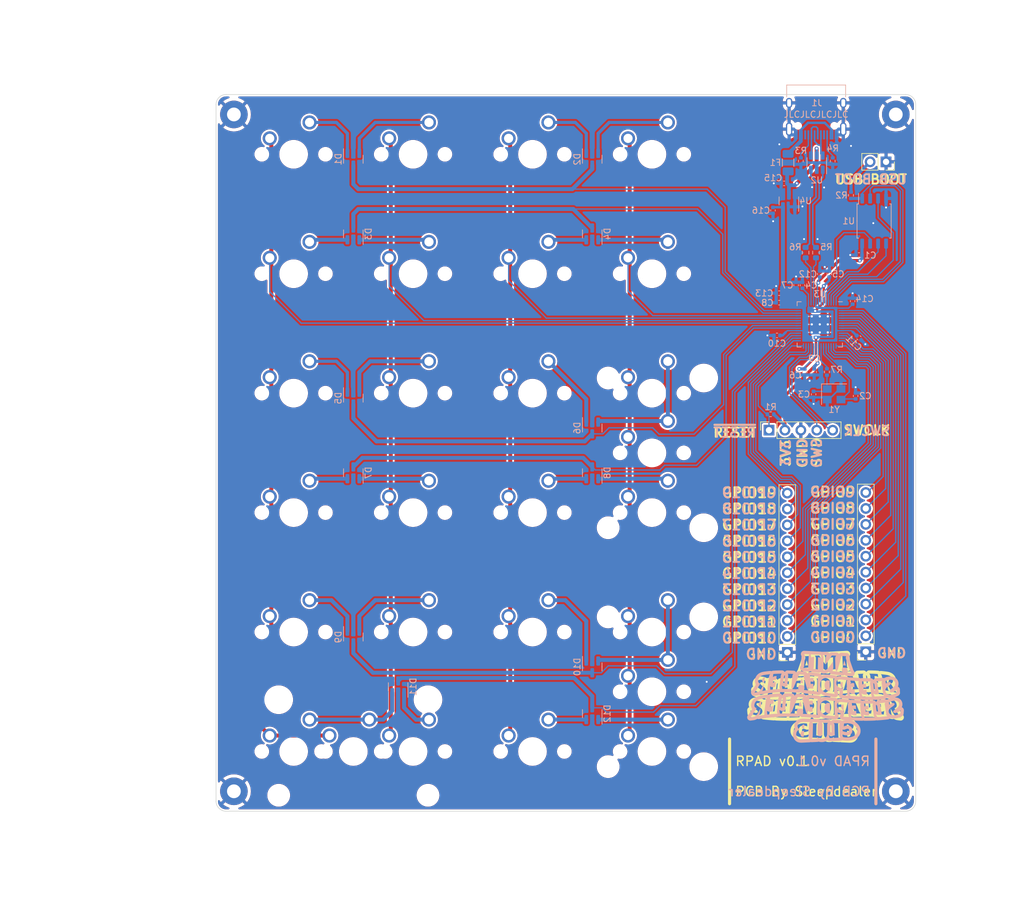
<source format=kicad_pcb>
(kicad_pcb (version 20211014) (generator pcbnew)
  (layers (0 "F.Cu" signal) (31 "B.Cu" signal) (34 "B.Paste" user) (35 "F.Paste" user) (36 "B.SilkS" user "B.Silkscreen") (37 "F.SilkS" user "F.Silkscreen") (38 "B.Mask" user) (39 "F.Mask" user) (44 "Edge.Cuts" user))
  (net 0 "")
  (net 1 "+1V1")
  (net 2 "GND")
  (net 3 "+3V3")
  (net 4 "VBUS")
  (net 5 "+5V")
  (net 6 "D_USB_P")
  (net 7 "/CC1")
  (net 8 "D_USB_N")
  (net 9 "/CC2")
  (net 10 "D_P")
  (net 11 "/D_+")
  (net 12 "D_N")
  (net 13 "/D_-")
  (net 14 "SWCLK")
  (net 15 "SWD")
  (net 16 "XTAL_IN")
  (net 17 "/XTAL_O")
  (net 18 "XTAL_OUT")
  (net 19 "ROW5")
  (net 20 "/~{USB_BOOT}")
  (net 21 "CS")
  (net 22 "SD1")
  (net 23 "SD2")
  (net 24 "SD0")
  (net 25 "QSPI_CLK")
  (net 26 "SD3")
  (net 27 "Net-(D1-Pad2)")
  (net 28 "ROW0")
  (net 29 "Net-(D2-Pad2)")
  (net 30 "Net-(D3-Pad2)")
  (net 31 "Net-(D4-Pad2)")
  (net 32 "Net-(D6-Pad2)")
  (net 33 "Net-(D8-Pad2)")
  (net 34 "Net-(D10-Pad2)")
  (net 35 "Net-(D12-Pad2)")
  (net 36 "ROW2")
  (net 37 "ROW1")
  (net 38 "ROW3")
  (net 40 "Net-(D1-Pad1)")
  (net 41 "ROW4")
  (net 42 "Net-(D2-Pad1)")
  (net 43 "Net-(D3-Pad1)")
  (net 44 "Net-(D4-Pad1)")
  (net 45 "Net-(D5-Pad1)")
  (net 46 "Net-(D6-Pad1)")
  (net 47 "Net-(D7-Pad1)")
  (net 48 "COL0")
  (net 49 "COL1")
  (net 50 "COL2")
  (net 51 "COL3")
  (net 52 "Net-(D8-Pad1)")
  (net 53 "Net-(D9-Pad1)")
  (net 54 "Net-(D10-Pad1)")
  (net 55 "Net-(D11-Pad1)")
  (net 56 "Net-(D12-Pad1)")
  (net 57 "Net-(D5-Pad2)")
  (net 58 "Net-(D7-Pad2)")
  (net 59 "Net-(D9-Pad2)")
  (net 60 "Net-(D11-Pad2)")
  (net 61 "/GPIO0")
  (net 62 "/GPIO1")
  (net 63 "/GPIO2")
  (net 64 "/GPIO3")
  (net 65 "/GPIO4")
  (net 66 "/GPIO5")
  (net 67 "/GPIO6")
  (net 68 "/GPIO7")
  (net 69 "/GPIO8")
  (net 70 "/GPIO9")
  (net 72 "/GPIO10")
  (net 73 "/GPIO11")
  (net 74 "/GPIO12")
  (net 75 "/GPIO13")
  (net 76 "/GPIO14")
  (net 77 "/GPIO15")
  (net 78 "/GPIO16")
  (net 79 "/GPIO17")
  (net 80 "/GPIO18")
  (net 81 "/GPIO19")
  (net 82 "~{RESET}")
  (footprint "MX_Only:MXOnly-2U-VerticalStabilizers-NoLED" (layer "F.Cu") (at 117.475 122.2375)
    (fp_text reference "MX22")
    (fp_text value "MX-NoLED" hide)
  )
  (footprint "Connector_PinSocket_2.54mm:PinSocket_1x02_P2.54mm_Vertical" (layer "F.Cu") (at 154.813 37.719 -90)
    (fp_text reference "SW1" hide)
    (fp_text value "SW_Push")
  )
  (footprint "MX_Only:MXOnly-1U-NoLED" (layer "F.Cu") (at 60.325 55.5625)
    (fp_text reference "MX5")
    (fp_text value "MX-NoLED")
  )
  (footprint "MX_Only:MXOnly-1U-NoLED" (layer "F.Cu") (at 98.425 36.5125)
    (fp_text reference "MX3")
    (fp_text value "MX-NoLED")
  )
  (footprint "MX_Only:MXOnly-1U-NoLED" (layer "F.Cu") (at 60.325 112.7125)
    (fp_text reference "MX18")
    (fp_text value "MX-NoLED")
  )
  (footprint "Sleep-Lib:assc" (layer "F.Cu") (at 145.161 123.03125)
    (fp_text reference "H1" hide)
    (fp_text value "ASSC" hide)
  )
  (footprint "MX_Only:MXOnly-1U-NoLED" (layer "F.Cu") (at 98.425 93.6625)
    (fp_text reference "MX16")
    (fp_text value "MX-NoLED")
  )
  (footprint "MountingHole:MountingHole_2.2mm_M2_Pad" (layer "F.Cu") (at 156.36875 138.1125)
    (fp_text reference "H5" hide)
    (fp_text value "MountingHole_Pad")
  )
  (footprint "MX_Only:MXOnly-1U-NoLED" (layer "F.Cu") (at 79.375 93.6625)
    (fp_text reference "MX15")
    (fp_text value "MX-NoLED")
  )
  (footprint "MX_Only:MXOnly-1U-NoLED" (layer "F.Cu") (at 117.475 131.7625)
    (fp_text reference "MX27")
    (fp_text value "MX-NoLED")
  )
  (footprint "MX_Only:MXOnly-2U-ReversedStabilizers-NoLED" (layer "F.Cu") (at 69.85 131.7625)
    (fp_text reference "MX23")
    (fp_text value "MX-NoLED")
  )
  (footprint "MountingHole:MountingHole_2.2mm_M2_Pad" (layer "F.Cu") (at 50.8 30.1625)
    (fp_text reference "H2" hide)
    (fp_text value "MountingHole_Pad")
  )
  (footprint "MX_Only:MXOnly-1U-NoLED" (layer "F.Cu") (at 60.325 74.6125)
    (fp_text reference "MX10")
    (fp_text value "MX-NoLED")
  )
  (footprint "MX_Only:MXOnly-2U-VerticalStabilizers-NoLED" (layer "F.Cu") (at 117.475 84.1375)
    (fp_text reference "MX13")
    (fp_text value "MX-NoLED" hide)
  )
  (footprint "MX_Only:MXOnly-1U-NoLED" (layer "F.Cu") (at 79.375 74.6125)
    (fp_text reference "MX11")
    (fp_text value "MX-NoLED")
  )
  (footprint "MX_Only:MXOnly-1U-NoLED" (layer "F.Cu") (at 98.425 55.5625)
    (fp_text reference "MX7")
    (fp_text value "MX-NoLED")
  )
  (footprint "MX_Only:MXOnly-1U-NoLED" (layer "F.Cu") (at 79.375 55.5625)
    (fp_text reference "MX6")
    (fp_text value "MX-NoLED")
  )
  (footprint "MX_Only:MXOnly-1U-NoLED" (layer "F.Cu") (at 117.475 36.5125)
    (fp_text reference "MX4")
    (fp_text value "MX-NoLED")
  )
  (footprint "MX_Only:MXOnly-1U-NoLED" (layer "F.Cu") (at 60.325 36.5125)
    (fp_text reference "MX1")
    (fp_text value "MX-NoLED")
  )
  (footprint "MX_Only:MXOnly-1U-NoLED" (layer "F.Cu") (at 117.475 55.5625)
    (fp_text reference "MX8")
    (fp_text value "MX-NoLED")
  )
  (footprint "MX_Only:MXOnly-1U-NoLED" (layer "F.Cu") (at 117.475 74.6125)
    (fp_text reference "MX12")
    (fp_text value "MX-NoLED")
  )
  (footprint "MountingHole:MountingHole_2.2mm_M2_Pad" (layer "F.Cu") (at 50.8 138.1125)
    (fp_text reference "H3" hide)
    (fp_text value "MountingHole_Pad")
  )
  (footprint "Connector_PinSocket_2.54mm:PinSocket_1x11_P2.54mm_Vertical" (layer "F.Cu") (at 139.065 115.951 180)
    (fp_text reference "J3" hide)
    (fp_text value "Conn_01x11")
  )
  (footprint "MX_Only:MXOnly-1U-NoLED" (layer "F.Cu") (at 60.325 93.6625)
    (fp_text reference "MX14")
    (fp_text value "MX-NoLED")
  )
  (footprint "MX_Only:MXOnly-1U-NoLED" (layer "F.Cu") (at 98.425 74.6125)
    (fp_text reference "MX9")
    (fp_text value "MX-NoLED")
  )
  (footprint "Connector_PinSocket_2.54mm:PinSocket_1x11_P2.54mm_Vertical" (layer "F.Cu") (at 151.58125 115.8625 180)
    (fp_text reference "J4" hide)
    (fp_text value "Conn_01x11")
  )
  (footprint "MX_Only:MXOnly-1U-NoLED" (layer "F.Cu") (at 79.375 131.7625)
    (fp_text reference "MX25")
    (fp_text value "MX-NoLED")
  )
  (footprint "MX_Only:MXOnly-1U-NoLED" (layer "F.Cu") (at 79.375 36.5125)
    (fp_text reference "MX2")
    (fp_text value "MX-NoLED")
  )
  (footprint "MountingHole:MountingHole_2.2mm_M2_Pad" (layer "F.Cu") (at 156.36875 30.1625)
    (fp_text reference "H6" hide)
    (fp_text value "MountingHole_Pad")
  )
  (footprint "MX_Only:MXOnly-1U-NoLED" (layer "F.Cu") (at 60.325 131.7625)
    (fp_text reference "MX24")
    (fp_text value "MX-NoLED")
  )
  (footprint "MX_Only:MXOnly-1U-NoLED" (layer "F.Cu") (at 98.425 131.7625)
    (fp_text reference "MX26")
    (fp_text value "MX-NoLED")
  )
  (footprint "MX_Only:MXOnly-1U-NoLED" (layer "F.Cu") (at 117.475 112.7125)
    (fp_text reference "MX21")
    (fp_text value "MX-NoLED")
  )
  (footprint "Connector_PinSocket_2.54mm:PinSocket_1x05_P2.54mm_Vertical" (layer "F.Cu") (at 136.144 80.518 90)
    (fp_text reference "J2" hide)
    (fp_text value "SWD")
  )
  (footprint "MX_Only:MXOnly-1U-NoLED" (layer "F.Cu") (at 79.375 112.7125)
    (fp_text reference "MX19")
    (fp_text value "MX-NoLED")
  )
  (footprint "MX_Only:MXOnly-1U-NoLED" (layer "F.Cu") (at 98.425 112.7125)
    (fp_text reference "MX20")
    (fp_text value "MX-NoLED")
  )
  (footprint "MX_Only:MXOnly-1U-NoLED" (layer "F.Cu") (at 117.475 93.6625)
    (fp_text reference "MX17")
    (fp_text value "MX-NoLED")
  )
  (footprint "Resistor_SMD:R_0402_1005Metric" (layer "B.Cu") (at 145.38675 71.231232 90)
    (fp_text reference "R7")
    (fp_text value "1k")
  )
  (footprint "Capacitor_SMD:C_0402_1005Metric" (layer "B.Cu") (at 150.495 65.786 -45)
    (fp_text reference "C11")
    (fp_text value "100nF")
  )
  (footprint "Capacitor_SMD:C_0402_1005Metric" (layer "B.Cu") (at 143.35475 71.231232 -90)
    (fp_text reference "C9")
    (fp_text value "100nF")
  )
  (footprint "Package_TO_SOT_SMD:SOT-23" (layer "B.Cu") (at 69.85 75.40625 -90)
    (fp_text reference "D5")
    (fp_text value "BAV70_Small")
  )
  (footprint "Package_SO:SOIC-8_5.23x5.23mm_P1.27mm" (layer "B.Cu") (at 152.908 47.161 -90)
    (fp_text reference "U1")
    (fp_text value "W25Q128JVS")
  )
  (footprint "Connector_USB:USB_C_Receptacle_HRO_TYPE-C-31-M-12" (layer "B.Cu") (at 143.66875 29.36875)
    (fp_text reference "J1")
    (fp_text value "USB_C_Receptacle_USB2.0")
  )
  (footprint "Capacitor_SMD:C_0402_1005Metric" (layer "B.Cu") (at 136.7785 45.466 90)
    (fp_text reference "C16")
    (fp_text value "1uF")
  )
  (footprint "Package_TO_SOT_SMD:SOT-23" (layer "B.Cu") (at 107.95 118.26875 -90)
    (fp_text reference "D10")
    (fp_text value "BAV70_Small")
  )
  (footprint "Package_TO_SOT_SMD:SOT-23-6" (layer "B.Cu") (at 143.764 37.846 90)
    (fp_text reference "U2")
    (fp_text value "USBLC6-2SC6")
  )
  (footprint "Package_TO_SOT_SMD:SOT-23" (layer "B.Cu") (at 69.85 49.2125 90)
    (fp_text reference "D3")
    (fp_text value "BAV70_Small")
  )
  (footprint "Sleep-Lib:assc" (layer "B.Cu") (at 145.161 123.03125 180)
    (fp_text reference "H4" hide)
    (fp_text value "ASSC" hide)
  )
  (footprint "Package_TO_SOT_SMD:SOT-23" (layer "B.Cu") (at 76.99375 121.44375 90)
    (fp_text reference "D11")
    (fp_text value "BAV70_Small")
  )
  (footprint "Capacitor_SMD:C_0402_1005Metric" (layer "B.Cu") (at 138.5565 41.161)
    (fp_text reference "C15")
    (fp_text value "1uF")
  )
  (footprint "Package_TO_SOT_SMD:SOT-23" (layer "B.Cu") (at 69.85 113.50625 -90)
    (fp_text reference "D9")
    (fp_text value "BAV70_Small")
  )
  (footprint "Capacitor_SMD:C_0402_1005Metric" (layer "B.Cu") (at 150.495 52.578 180)
    (fp_text reference "C1")
    (fp_text value "100nF")
  )
  (footprint "Package_TO_SOT_SMD:SOT-23" (layer "B.Cu") (at 139.3185 43.955 90)
    (fp_text reference "U4")
    (fp_text value "XC6206PxxxMR-Regulator_Linear")
  )
  (footprint "Package_TO_SOT_SMD:SOT-23" (layer "B.Cu") (at 107.95 37.30625 -90)
    (fp_text reference "D2")
    (fp_text value "BAV70_Small")
  )
  (footprint "Sleep-Lib:RP2040-QFN-56" (layer "B.Cu") (at 144.24375 63.642982 180)
    (fp_text reference "U3")
    (fp_text value "RP2040")
  )
  (footprint "Package_TO_SOT_SMD:SOT-23" (layer "B.Cu") (at 107.95 80.16875 -90)
    (fp_text reference "D6")
    (fp_text value "BAV70_Small")
  )
  (footprint "Crystal:Crystal_SMD_3225-4Pin_3.2x2.5mm" (layer "B.Cu") (at 146.52975 74.787232)
    (fp_text reference "Y1")
    (fp_text value "12MHz")
  )
  (footprint "Capacitor_SMD:C_0402_1005Metric" (layer "B.Cu") (at 141.478 57.404 90)
    (fp_text reference "C4")
    (fp_text value "1uF")
  )
  (footprint "Capacitor_SMD:C_0402_1005Metric" (layer "B.Cu") (at 137.76675 60.182232 180)
    (fp_text reference "C8")
    (fp_text value "100nF")
  )
  (footprint "Resistor_SMD:R_0603_1608Metric" (layer "B.Cu") (at 143.637 52.197 -90)
    (fp_text reference "R5")
    (fp_text value "27R")
  )
  (footprint "Resistor_SMD:R_0402_1005Metric" (layer "B.Cu") (at 146.304 37.592 -90)
    (fp_text reference "R4")
    (fp_text value "5k1")
  )
  (footprint "Capacitor_SMD:C_0402_1005Metric" (layer "B.Cu") (at 137.76675 58.658232 180)
    (fp_text reference "C13")
    (fp_text value "100nF")
  )
  (footprint "Package_TO_SOT_SMD:SOT-23" (layer "B.Cu") (at 69.85 87.3125 90)
    (fp_text reference "D7")
    (fp_text value "BAV70_Small")
  )
  (footprint "Package_TO_SOT_SMD:SOT-23" (layer "B.Cu") (at 107.95 49.2125 90)
    (fp_text reference "D4")
    (fp_text value "BAV70_Small")
  )
  (footprint "Package_TO_SOT_SMD:SOT-23" (layer "B.Cu") (at 69.85 37.30625 -90)
    (fp_text reference "D1")
    (fp_text value "BAV70_Small")
  )
  (footprint "Resistor_SMD:R_0603_1608Metric" (layer "B.Cu") (at 141.986 52.197 -90)
    (fp_text reference "R6")
    (fp_text value "27R")
  )
  (footprint "Package_TO_SOT_SMD:SOT-23" (layer "B.Cu") (at 107.95 87.3125 90)
    (fp_text reference "D8")
    (fp_text value "BAV70_Small")
  )
  (footprint "Capacitor_SMD:C_0402_1005Metric" (layer "B.Cu") (at 143.256 74.803 90)
    (fp_text reference "C3")
    (fp_text value "22pF")
  )
  (footprint "Capacitor_SMD:C_0402_1005Metric" (layer "B.Cu") (at 149.479 59.944 90)
    (fp_text reference "C14")
    (fp_text value "100nF")
  )
  (footprint "Resistor_SMD:R_0402_1005Metric" (layer "B.Cu") (at 141.224 37.592 -90)
    (fp_text reference "R3")
    (fp_text value "5k1")
  )
  (footprint "Capacitor_SMD:C_0402_1005Metric" (layer "B.Cu") (at 137.414 65.405 180)
    (fp_text reference "C10")
    (fp_text value "100nF")
  )
  (footprint "Resistor_SMD:R_0402_1005Metric" (layer "B.Cu") (at 136.398 77.978 180)
    (fp_text reference "R1")
    (fp_text value "10k")
  )
  (footprint "Capacitor_SMD:C_0402_1005Metric" (layer "B.Cu") (at 144.24375 55.610232 90)
    (fp_text reference "C12")
    (fp_text value "100nF")
  )
  (footprint "Capacitor_SMD:C_0402_1005Metric" (layer "B.Cu") (at 149.95875 75.057 -90)
    (fp_text reference "C2")
    (fp_text value "22pF")
  )
  (footprint "Resistor_SMD:R_0402_1005Metric" (layer "B.Cu") (at 149.225 43.053 -90)
    (fp_text reference "R2")
    (fp_text value "1k")
  )
  (footprint "Capacitor_SMD:C_0402_1005Metric" (layer "B.Cu") (at 145.76775 55.610232 90)
    (fp_text reference "C5")
    (fp_text value "100nF")
  )
  (footprint "Fuse:Fuse_1206_3216Metric" (layer "B.Cu") (at 139.192 37.846 -90)
    (fp_text reference "F1")
    (fp_text value "500mA")
  )
  (footprint "Capacitor_SMD:C_0402_1005Metric" (layer "B.Cu") (at 141.83075 71.231232 -90)
    (fp_text reference "C6")
    (fp_text value "100nF")
  )
  (footprint "Package_TO_SOT_SMD:SOT-23" (layer "B.Cu") (at 107.95 125.73 90)
    (fp_text reference "D12")
    (fp_text value "BAV70_Small")
  )
  (footprint "Capacitor_SMD:C_0402_1005Metric" (layer "B.Cu") (at 140.462 57.404 90)
    (fp_text reference "C7")
    (fp_text value "1uF")
  )
  (gr_line (start 153.19375 129.778125) (end 153.19375 140.096875) (layer "B.SilkS") (width 0.5))
  (gr_line (start 129.853572 140.096875) (end 129.853572 129.778125) (layer "F.SilkS") (width 0.5))
  (gr_line (start 49.541282 26.9875) (end 157.95625 26.9875) (layer "Edge.Cuts") (width 0.1))
  (gr_arc (start 157.95625 26.9875) (mid 159.078782 27.452468) (end 159.54375 28.575) (layer "Edge.Cuts") (width 0.1))
  (gr_line (start 159.54375 28.575) (end 159.54375 139.7) (layer "Edge.Cuts") (width 0.1))
  (gr_line (start 47.953782 139.7) (end 47.953782 28.575) (layer "Edge.Cuts") (width 0.1))
  (gr_arc (start 47.953782 28.575) (mid 48.41875 27.452468) (end 49.541282 26.9875) (layer "Edge.Cuts") (width 0.1))
  (gr_arc (start 159.54375 139.7) (mid 159.078782 140.822532) (end 157.95625 141.2875) (layer "Edge.Cuts") (width 0.1))
  (gr_arc (start 49.541282 141.2875) (mid 48.41875 140.822532) (end 47.953782 139.7) (layer "Edge.Cuts") (width 0.1))
  (gr_line (start 49.541282 141.2875) (end 157.95625 141.2875) (layer "Edge.Cuts") (width 0.1))
  (gr_text "GPIO9\nGPIO8\nGPIO7\nGPIO6\nGPIO5\nGPIO4\nGPIO3\nGPIO2\nGPIO1\nGPIO0" (at 146.304 101.981) (layer "B.SilkS") (effects (font (size 1.6 1.6) (thickness 0.3)) (justify mirror)))
  (gr_text "GND" (at 141.478 84.074 90) (layer "B.SilkS") (effects (font (size 1.5 1.5) (thickness 0.3)) (justify mirror)))
  (gr_text "SWCLK" (at 151.765 80.645) (layer "B.SilkS") (effects (font (size 1.5 1.5) (thickness 0.3)) (justify mirror)))
  (gr_text "SWD" (at 143.764 84.201 90) (layer "B.SilkS") (effects (font (size 1.5 1.5) (thickness 0.3)) (justify mirror)))
  (gr_text "JLCJLCJLCJLC" (at 143.66875 30.1625) (layer "B.SilkS") (effects (font (size 1 1))))
  (gr_text "USB BOOT" (at 152.4 40.513) (layer "B.SilkS") (effects (font (size 1.5 1.5) (thickness 0.3)) (justify mirror)))
  (gr_text "RPAD v0.1\n\nPCB By Sleepdealer" (at 152.4 135.73125) (layer "B.SilkS") (effects (font (size 1.5 1.5) (thickness 0.225)) (justify left mirror)))
  (gr_text "GND" (at 155.702 116.078) (layer "B.SilkS") (effects (font (size 1.5 1.5) (thickness 0.3)) (justify mirror)))
  (gr_text "GPIO19\nGPIO18\nGPIO17\nGPIO16\nGPIO15\nGPIO14\nGPIO13\nGPIO12\nGPIO11\nGPIO10\nGND" (at 137.541 103.378) (layer "B.SilkS") (effects (font (size 1.6 1.6) (thickness 0.3)) (justify left mirror)))
  (gr_text "~{RESET}" (at 130.683 80.899) (layer "B.SilkS") (effects (font (size 1.5 1.5) (thickness 0.3)) (justify mirror)))
  (gr_text "3V3" (at 138.811 84.074 90) (layer "B.SilkS") (effects (font (size 1.5 1.5) (thickness 0.3)) (justify mirror)))
  (gr_text "GND" (at 155.702 116.078) (layer "F.SilkS") (effects (font (size 1.5 1.5) (thickness 0.3))))
  (gr_text "SWD" (at 143.764 84.073999 90) (layer "F.SilkS") (effects (font (size 1.5 1.5) (thickness 0.3))))
  (gr_text "~{RESET}" (at 130.683 80.899) (layer "F.SilkS") (effects (font (size 1.5 1.5) (thickness 0.3))))
  (gr_text "GND" (at 141.478 84.201 90) (layer "F.SilkS") (effects (font (size 1.5 1.5) (thickness 0.3))))
  (gr_text "3V3" (at 138.811 84.201 90) (layer "F.SilkS") (effects (font (size 1.5 1.5) (thickness 0.3))))
  (gr_text "USB BOOT" (at 152.4 40.513) (layer "F.SilkS") (effects (font (size 1.5 1.5) (thickness 0.3))))
  (gr_text "GPIO19\nGPIO18\nGPIO17\nGPIO16\nGPIO15\nGPIO14\nGPIO13\nGPIO12\nGPIO11\nGPIO10\nGND" (at 137.541 103.378) (layer "F.SilkS") (effects (font (size 1.6 1.6) (thickness 0.3)) (justify right)))
  (gr_text "SWCLK" (at 151.765 80.518) (layer "F.SilkS") (effects (font (size 1.5 1.5) (thickness 0.3))))
  (gr_text "GPIO9\nGPIO8\nGPIO7\nGPIO6\nGPIO5\nGPIO4\nGPIO3\nGPIO2\nGPIO1\nGPIO0" (at 146.304 101.981) (layer "F.SilkS") (effects (font (size 1.6 1.6) (thickness 0.3))))
  (gr_text "RPAD v0.1\n\nPCB By Sleepdealer" (at 130.647322 135.73125) (layer "F.SilkS") (effects (font (size 1.5 1.5) (thickness 0.225)) (justify left)))
  (segment (start 143.637 65.742482) (end 143.637 68.789982) (width 0.381) (layer "F.Cu") (net 1))
  (segment (start 144.87875 60.136482) (end 144.87875 57.515232) (width 0.381) (layer "F.Cu") (net 1))
  (segment (start 141.687982 70.739) (end 140.97 70.739) (width 0.381) (layer "F.Cu") (net 1))
  (segment (start 143.51 61.505232) (end 144.87875 60.136482) (width 0.381) (layer "F.Cu") (net 1))
  (segment (start 143.637 68.789982) (end 141.687982 70.739) (width 0.381) (layer "F.Cu") (net 1))
  (via (at 143.637 65.742482) (size 0.6) (drill 0.35) (layers "F.Cu" "B.Cu") (net 1))
  (via (at 144.87875 57.515232) (size 0.6) (drill 0.3) (layers "F.Cu" "B.Cu") (net 1))
  (via (at 140.97 70.739) (size 0.6) (drill 0.3) (layers "F.Cu" "B.Cu") (net 1))
  (via (at 143.51 61.505232) (size 0.6) (drill 0.35) (layers "F.Cu" "B.Cu") (net 1))
  (segment (start 144.87875 57.515232) (end 145.76775 56.626232) (width 0.381) (layer "B.Cu") (net 1))
  (segment (start 142.44375 58.84975) (end 141.478 57.884) (width 0.2) (layer "B.Cu") (net 1))
  (segment (start 143.64375 68.643232) (end 143.64375 67.080482) (width 0.2) (layer "B.Cu") (net 1))
  (segment (start 142.44375 60.205482) (end 142.44375 61.049232) (width 0.2) (layer "B.Cu") (net 1))
  (segment (start 145.76775 56.626232) (end 145.76775 56.385232) (width 0.381) (layer "B.Cu") (net 1))
  (segment (start 140.982232 70.751232) (end 141.83075 70.751232) (width 0.5) (layer "B.Cu") (net 1))
  (segment (start 144.44375 57.950232) (end 144.44375 60.205482) (width 0.2) (layer "B.Cu") (net 1))
  (segment (start 144.87875 57.515232) (end 144.44375 57.950232) (width 0.2) (layer "B.Cu") (net 1))
  (segment (start 140.97 70.739) (end 140.982232 70.751232) (width 0.5) (layer "B.Cu") (net 1))
  (segment (start 141.83075 70.456232) (end 143.64375 68.643232) (width 0.2) (layer "B.Cu") (net 1))
  (segment (start 142.44375 61.049232) (end 142.59275 61.198232) (width 0.2) (layer "B.Cu") (net 1))
  (segment (start 142.44375 60.205482) (end 142.44375 58.84975) (width 0.2) (layer "B.Cu") (net 1))
  (segment (start 145.51875 64.917982) (end 145.21875 64.617982) (width 0.635) (layer "F.Cu") (net 2))
  (segment (start 142.96875 64.917982) (end 142.96875 62.367982) (width 0.635) (layer "F.Cu") (net 2))
  (segment (start 145.51875 64.917982) (end 145.51875 62.367982) (width 0.635) (layer "F.Cu") (net 2))
  (segment (start 142.96875 62.367982) (end 145.51875 62.367982) (width 0.635) (layer "F.Cu") (net 2))
  (segment (start 145.21875 64.617982) (end 143.26875 64.617982) (width 0.635) (layer "F.Cu") (net 2))
  (segment (start 143.26875 64.617982) (end 142.96875 64.917982) (width 0.635) (layer "F.Cu") (net 2))
  (segment (start 144.24375 62.367982) (end 144.24375 64.917982) (width 0.635) (layer "F.Cu") (net 2))
  (segment (start 142.96875 63.642982) (end 145.51875 63.642982) (width 0.635) (layer "F.Cu") (net 2))
  (via (at 136.906 41.148) (size 0.6) (drill 0.3) (layers "F.Cu" "B.Cu") (net 2))
  (via (at 143.256 76.327) (size 0.6) (drill 0.3) (layers "F.Cu" "B.Cu") (net 2))
  (via (at 154.813 45.002) (size 0.6) (drill 0.3) (layers "F.Cu" "B.Cu") (net 2))
  (via (at 144.9324 41.8084) (size 0.6) (drill 0.3) (layers "F.Cu" "B.Cu") (net 2))
  (via (at 149.479 58.674) (size 0.6) (drill 0.3) (layers "F.Cu" "B.Cu") (net 2))
  (via (at 126.20625 120.65) (size 0.6) (drill 0.3) (layers "F.Cu" "B.Cu") (net 2))
  (via (at 143.891 50.038) (size 0.6) (drill 0.3) (layers "F.Cu" "B.Cu") (net 2))
  (via (at 152.781 47.498) (size 0.6) (drill 0.3) (layers "F.Cu" "B.Cu") (net 2))
  (via (at 151.511 66.802) (size 0.6) (drill 0.3) (layers "F.Cu" "B.Cu") (net 2))
  (via (at 143.0125 41.7576) (size 0.6) (drill 0.3) (layers "F.Cu" "B.Cu") (net 2))
  (via (at 149.95875 73.66) (size 0.6) (drill 0.3) (layers "F.Cu" "B.Cu") (net 2))
  (via (at 149.225 35.179) (size 0.6) (drill 0.3) (layers "F.Cu" "B.Cu") (net 2))
  (via (at 142.621 72.644) (size 0.6) (drill 0.3) (layers "F.Cu" "B.Cu") (net 2))
  (via (at 137.287 57.531) (size 0.6) (drill 0.3) (layers "F.Cu" "B.Cu") (net 2))
  (via (at 141.732 50.038) (size 0.6) (drill 0.3) (layers "F.Cu" "B.Cu") (net 2))
  (via (at 136.8044 47.1932) (size 0.6) (drill 0.3) (layers "F.Cu" "B.Cu") (net 2))
  (via (at 145.034 54.483) (size 0.6) (drill 0.3) (layers "F.Cu" "B.Cu") (net 2))
  (via (at 135.89 65.405) (size 0.6) (drill 0.3) (layers "F.Cu" "B.Cu") (net 2))
  (via (at 149.098 52.578) (size 0.6) (drill 0.3) (layers "F.Cu" "B.Cu") (net 2))
  (via (at 137.795 34.925) (size 0.6) (drill 0.3) (layers "F.Cu" "B.Cu") (net 2))
  (via (at 141.478 44.831) (size 0.6) (drill 0.3) (layers "F.Cu" "B.Cu") (net 2))
  (via (at 140.462 56.007) (size 0.6) (drill 0.3) (layers "F.Cu" "B.Cu") (net 2))
  (segment (start 139.7 34.925) (end 137.795 34.925) (width 0.381) (layer "B.Cu") (net 2))
  (segment (start 150.834411 66.125411) (end 151.511 66.802) (width 0.381) (layer "B.Cu") (net 2))
  (segment (start 137.287 57.531) (end 137.287 58.657982) (width 0.381) (layer "B.Cu") (net 2))
  (segment (start 145.76775 55.130232) (end 144.24375 55.130232) (width 0.5) (layer "B.Cu") (net 2))
  (segment (start 143.256 75.283) (end 145.075518 75.283) (width 0.381) (layer "B.Cu") (net 2))
  (segment (start 147.701 35.179) (end 149.225 35.179) (width 0.381) (layer "B.Cu") (net 2))
  (segment (start 137.28675 58.658232) (end 137.28675 60.182232) (width 0.381) (layer "B.Cu") (net 2))
  (segment (start 140.41875 33.41375) (end 140.41875 34.20625) (width 0.381) (layer "B.Cu") (net 2))
  (segment (start 136.919 41.161) (end 136.906 41.148) (width 0.5) (layer "B.Cu") (net 2))
  (segment (start 141.48 37.846) (end 141.224 38.102) (width 0.381) (layer "B.Cu") (net 2))
  (segment (start 146.048 37.846) (end 146.304 38.102) (width 0.381) (layer "B.Cu") (net 2))
  (segment (start 141.4165 44.8925) (end 141.478 44.831) (width 0.5) (layer "B.Cu") (net 2))
  (segment (start 143.764 37.846) (end 143.764 38.321001) (width 0.381) (layer "B.Cu") (net 2))
  (segment (start 138.0765 41.161) (end 136.919 41.161) (width 0.5) (layer "B.Cu") (net 2))
  (segment (start 150.015 52.578) (end 149.098 52.578) (width 0.5) (layer "B.Cu") (net 2))
  (segment (start 149.95875 73.66) (end 149.95875 74.577) (width 0.381) (layer "B.Cu") (net 2))
  (segment (start 139.827 34.798) (end 139.7 34.925) (width 0.381) (layer "B.Cu") (net 2))
  (segment (start 143.764 38.9835) (end 143.764 38.321001) (width 0.381) (layer "B.Cu") (net 2))
  (segment (start 143.288999 37.846) (end 141.48 37.846) (width 0.381) (layer "B.Cu") (net 2))
  (segment (start 146.91875 34.39675) (end 147.701 35.179) (width 0.381) (layer "B.Cu") (net 2))
  (segment (start 140.462 56.924) (end 140.462 56.007) (width 0.2) (layer "B.Cu") (net 2))
  (segment (start 149.95875 72.952226) (end 149.95875 73.66) (width 0.2) (layer "B.Cu") (net 2))
  (segment (start 136.7785 45.946) (end 136.7785 47.1673) (width 0.381) (layer "B.Cu") (net 2))
  (segment (start 145.24375 67.080482) (end 145.24375 68.237226) (width 0.2) (layer "B.Cu") (net 2))
  (segment (start 154.813 43.561) (end 154.813 45.002) (width 0.381) (layer "B.Cu") (net 2))
  (segment (start 145.676728 75.637232) (end 147.376728 73.937232) (width 0.254) (layer "B.Cu") (net 2))
  (segment (start 143.256 75.283) (end 143.256 76.327) (width 0.381) (layer "B.Cu") (net 2))
  (segment (start 140.41875 34.20625) (end 139.827 34.798) (width 0.381) (layer "B.Cu") (net 2))
  (segment (start 143.764 38.321001) (end 143.288999 37.846) (width 0.381) (layer "B.Cu") (net 2))
  (segment (start 149.479 59.464) (end 149.479 58.674) (width 0.381) (layer "B.Cu") (net 2))
  (segment (start 140.2685 44.8925) (end 141.4165 44.8925) (width 0.5) (layer "B.Cu") (net 2))
  (segment (start 143.288999 37.846) (end 146.048 37.846) (width 0.381) (layer "B.Cu") (net 2))
  (segment (start 145.24375 68.237226) (end 149.95875 72.952226) (width 0.2) (layer "B.Cu") (net 2))
  (segment (start 146.91875 33.41375) (end 146.91875 34.39675) (width 0.381) (layer "B.Cu") (net 2))
  (segment (start 136.7785 47.1673) (end 136.8044 47.1932) (width 0.381) (layer "B.Cu") (net 2))
  (segment (start 143.764 38.321001) (end 144.239001 37.846) (width 0.381) (layer "B.Cu") (net 2))
  (segment (start 147.32 53.467) (end 150.622 53.467) (width 0.5) (layer "F.Cu") (net 3))
  (segment (start 138.811011 74.93) (end 138.684 75.057011) (width 0.5) (layer "F.Cu") (net 3))
  (segment (start 138.811011 74.929989) (end 138.811011 74.93) (width 0.5) (layer "F.Cu") (net 3))
  (segment (start 144.018 56.769) (end 147.32 53.467) (width 0.5) (layer "F.Cu") (net 3))
  (segment (start 138.684 75.057011) (end 138.684 80.518) (width 0.5) (layer "F.Cu") (net 3))
  (segment (start 144.018 57.023) (end 144.018 56.769) (width 0.5) (layer "F.Cu") (net 3))
  (segment (start 143.891 69.85) (end 138.811011 74.929989) (width 0.5) (layer "F.Cu") (net 3))
  (via (at 150.622 53.467) (size 0.6) (drill 0.3) (layers "F.Cu" "B.Cu") (net 3))
  (via (at 144.018 57.023) (size 0.6) (drill 0.3) (layers "F.Cu" "B.Cu") (net 3))
  (via (at 143.891 69.85) (size 0.6) (drill 0.3) (layers "F.Cu" "B.Cu") (net 3))
  (segment (start 140.462 57.884) (end 138.4165 57.884) (width 0.5) (layer "B.Cu") (net 3))
  (segment (start 143.64375 60.205482) (end 143.64375 59.512232) (width 0.2) (layer "B.Cu") (net 3))
  (segment (start 138.24675 58.658232) (end 138.24675 60.182232) (width 0.381) (layer "B.Cu") (net 3))
  (segment (start 138.684 80.518) (end 138.684 79.754) (width 0.5) (layer "B.Cu") (net 3))
  (segment (start 148.860018 61.042982) (end 149.479 60.424) (width 0.2) (layer "B.Cu") (net 3))
  (segment (start 143.8656 59.290382) (end 143.86275 59.293232) (width 0.2) (layer "B.Cu") (net 3))
  (segment (start 147.68125 61.042982) (end 146.513982 61.042982) (width 0.2) (layer "B.Cu") (net 3))
  (segment (start 149.523482 64.842482) (end 150.114 65.433) (width 0.381) (layer "B.Cu") (net 3))
  (segment (start 144.04375 60.205482) (end 144.04375 61.06125) (width 0.2) (layer "B.Cu") (net 3))
  (segment (start 143.891 69.85) (end 143.35475 70.38625) (width 0.5) (layer "B.Cu") (net 3))
  (segment (start 144.04375 69.69725) (end 144.04375 67.080482) (width 0.2) (layer "B.Cu") (net 3))
  (segment (start 141.64375 61.004232) (end 141.57675 61.071232) (width 0.2) (layer "B.Cu") (net 3))
  (segment (start 142.04375 60.731232) (end 142.04375 60.205482) (width 0.2) (layer "B.Cu") (net 3))
  (segment (start 140.80625 61.042982) (end 141.6755 61.042982) (width 0.2) (layer "B.Cu") (net 3))
  (segment (start 138.54175 60.182232) (end 138.24675 60.182232) (width 0.381) (layer "B.Cu") (net 3))
  (segment (start 144.04375 59.474232) (end 144.04375 60.205482) (width 0.2) (layer "B.Cu") (net 3))
  (segment (start 144.018 56.610982) (end 144.24375 56.385232) (width 0.2) (layer "B.Cu") (net 3))
  (segment (start 143.891 69.85) (end 144.04375 69.69725) (width 0.2) (layer "B.Cu") (net 3))
  (segment (start 139.065018 64.642982) (end 140.80625 64.642982) (width 0.2) (layer "B.Cu") (net 3))
  (segment (start 146.9265 64.642982) (end 146.91075 64.627232) (width 0.2) (layer "B.Cu") (net 3))
  (segment (start 143.86275 59.293232) (end 144.04375 59.474232) (width 0.2) (layer "B.Cu") (net 3))
  (segment (start 144.04375 61.06125) (end 144.018 61.087) (width 0.2) (layer "B.Cu") (net 3))
  (segment (start 150.975 53.114) (end 150.975 52.578) (width 0.5) (layer "B.Cu") (net 3))
  (segment (start 149.479 64.842482) (end 149.523482 64.842482) (width 0.381) (layer "B.Cu") (net 3))
  (segment (start 149.479 64.842482) (end 149.2795 64.642982) (width 0.2) (layer "B.Cu") (net 3))
  (segment (start 138.811 64.897) (end 139.065018 64.642982) (width 0.2) (layer "B.Cu") (net 3))
  (segment (start 138.3685 44.8925) (end 138.3685 57.5925) (width 0.635) (layer "B.Cu") (net 3))
  (segment (start 146.513982 61.042982) (end 146.431 60.96) (width 0.2) (layer "B.Cu") (net 3))
  (segment (start 138.303 65.405) (end 137.894 65.405) (width 0.381) (layer "B.Cu") (net 3))
  (segment (start 144.018 57.023) (end 143.8656 57.1754) (width 0.2) (layer "B.Cu") (net 3))
  (segment (start 143.64375 60.205482) (end 143.64375 60.799232) (width 0.2) (layer "B.Cu") (net 3))
  (segment (start 144.018 57.023) (end 144.018 56.610982) (width 0.2) (layer "B.Cu") (net 3))
  (segment (start 144.04375 67.080482) (end 144.04375 66.351232) (width 0.2) (layer "B.Cu") (net 3))
  (segment (start 147.68125 64.642982) (end 146.9265 64.642982) (width 0.2) (layer "B.Cu") (net 3))
  (segment (start 141.64375 60.205482) (end 141.64375 61.004232) (width 0.2) (layer "B.Cu") (net 3))
  (segment (start 150.975 52.578) (end 150.975 50.789) (width 0.5) (layer "B.Cu") (net 3))
  (segment (start 143.8656 57.1754) (end 143.8656 59.290382) (width 0.2) (layer "B.Cu") (net 3))
  (segment (start 150.622 53.467) (end 150.975 53.114) (width 0.5) (layer "B.Cu") (net 3))
  (segment (start 141.64375 60.205482) (end 141.64375 59.06575) (width 0.2) (layer "B.Cu") (net 3))
  (segment (start 147.68125 61.042982) (end 148.860018 61.042982) (width 0.2) (layer "B.Cu") (net 3))
  (segment (start 136.7785 44.958) (end 138.303 44.958) (width 0.381) (layer "B.Cu") (net 3))
  (segment (start 141.6755 61.042982) (end 141.70375 61.071232) (width 0.2) (layer "B.Cu") (net 3))
  (segment (start 139.4025 61.042982) (end 138.54175 60.182232) (width 0.2) (layer "B.Cu") (net 3))
  (segment (start 141.64375 59.06575) (end 140.462 57.884) (width 0.2) (layer "B.Cu") (net 3))
  (segment (start 143.64375 59.512232) (end 143.86275 59.293232) (width 0.2) (layer "B.Cu") (net 3))
  (segment (start 143.35475 70.38625) (end 143.35475 70.751232) (width 0.5) (layer "B.Cu") (net 3))
  (segment (start 138.684 79.754) (end 136.908 77.978) (width 0.5) (layer "B.Cu") (net 3))
  (segment (start 141.70375 61.071232) (end 142.04375 60.731232) (width 0.2) (layer "B.Cu") (net 3))
  (segment (start 142.04375 60.205482) (end 141.64375 59.805482) (width 0.2) (layer "B.Cu") (net 3))
  (segment (start 138.811 64.897) (end 138.303 65.405) (width 0.381) (layer "B.Cu") (net 3))
  (segment (start 140.80625 61.042982) (end 139.4025 61.042982) (width 0.2) (layer "B.Cu") (net 3))
  (segment (start 140.80625 64.642982) (end 141.688 64.642982) (width 0.2) (layer "B.Cu") (net 3))
  (segment (start 149.2795 64.642982) (end 147.68125 64.642982) (width 0.2) (layer "B.Cu") (net 3))
  (segment (start 142.367 31.496) (end 145.034 31.496) (width 0.381) (layer "B.Cu") (net 4))
  (segment (start 141.21875 34.41925) (end 139.192 36.446) (width 0.6) (layer "B.Cu") (net 4))
  (segment (start 141.21875 32.64425) (end 142.367 31.496) (width 0.381) (layer "B.Cu") (net 4))
  (segment (start 141.21875 33.41375) (end 141.21875 32.64425) (width 0.381) (layer "B.Cu") (net 4))
  (segment (start 145.034 31.496) (end 146.11875 32.58075) (width 0.381) (layer "B.Cu") (net 4))
  (segment (start 141.21875 33.41375) (end 141.21875 34.41925) (width 0.6) (layer "B.Cu") (net 4))
  (segment (start 146.11875 32.58075) (end 146.11875 33.41375) (width 0.381) (layer "B.Cu") (net 4))
  (segment (start 140.601429 41.148) (end 143.745223 38.004206) (width 0.635) (layer "F.Cu") (net 5))
  (segment (start 143.745223 38.004206) (end 143.745223 35.600409) (width 0.635) (layer "F.Cu") (net 5))
  (segment (start 140.589 41.148) (end 140.601429 41.148) (width 0.635) (layer "F.Cu") (net 5))
  (via (at 143.745223 35.600409) (size 0.6) (drill 0.3) (layers "F.Cu" "B.Cu") (net 5))
  (via (at 140.589 41.148) (size 0.6) (drill 0.3) (layers "F.Cu" "B.Cu") (net 5))
  (segment (start 139.3185 43.0175) (end 139.3185 41.443) (width 0.6) (layer "B.Cu") (net 5))
  (segment (start 139.3185 41.443) (end 139.0365 41.161) (width 0.6) (layer "B.Cu") (net 5))
  (segment (start 139.0365 41.161) (end 139.0365 39.4015) (width 0.6) (layer "B.Cu") (net 5))
  (segment (start 140.589 41.148) (end 140.294 41.443) (width 0.6) (layer "B.Cu") (net 5))
  (segment (start 140.294 41.443) (end 139.3185 41.443) (width 0.6) (layer "B.Cu") (net 5))
  (segment (start 143.764 35.619186) (end 143.745223 35.600409) (width 0.381) (layer "B.Cu") (net 5))
  (segment (start 143.764 36.7085) (end 143.764 35.619186) (width 0.381) (layer "B.Cu") (net 5))
  (segment (start 144.41875 36.41325) (end 144.41875 35.03225) (width 0.254) (layer "B.Cu") (net 6))
  (segment (start 144.009228 35.03225) (end 143.41875 34.441772) (width 0.254) (layer "B.Cu") (net 6))
  (segment (start 144.714 36.7085) (end 144.41875 36.41325) (width 0.254) (layer "B.Cu") (net 6))
  (segment (start 144.41875 35.03225) (end 144.009228 35.03225) (width 0.254) (layer "B.Cu") (net 6))
  (segment (start 143.41875 34.441772) (end 143.41875 33.41375) (width 0.254) (layer "B.Cu") (net 6))
  (segment (start 144.41875 35.03225) (end 144.41875 33.41375) (width 0.254) (layer "B.Cu") (net 6))
  (segment (start 141.224 36.322) (end 141.224 37.082) (width 0.2) (layer "B.Cu") (net 7))
  (segment (start 142.41875 35.12725) (end 141.224 36.322) (width 0.2) (layer "B.Cu") (net 7))
  (segment (start 142.41875 33.41375) (end 142.41875 35.12725) (width 0.2) (layer "B.Cu") (net 7))
  (segment (start 143.91875 32.385728) (end 143.91875 33.41375) (width 0.254) (layer "B.Cu") (net 8))
  (segment (start 143.173478 32.131) (end 143.664022 32.131) (width 0.254) (layer "B.Cu") (net 8))
  (segment (start 142.91875 36.60375) (end 142.91875 33.41375) (width 0.254) (layer "B.Cu") (net 8))
  (segment (start 142.91875 33.41375) (end 142.91875 32.385728) (width 0.254) (layer "B.Cu") (net 8))
  (segment (start 142.91875 32.385728) (end 143.173478 32.131) (width 0.254) (layer "B.Cu") (net 8))
  (segment (start 143.664022 32.131) (end 143.91875 32.385728) (width 0.254) (layer "B.Cu") (net 8))
  (segment (start 146.304 36.767) (end 145.41875 35.88175) (width 0.2) (layer "B.Cu") (net 9))
  (segment (start 145.41875 35.88175) (end 145.41875 33.41375) (width 0.2) (layer "B.Cu") (net 9))
  (segment (start 146.304 36.767) (end 146.304 37.082) (width 0.2) (layer "B.Cu") (net 9))
  (segment (start 143.637 51.372) (end 143.127 50.862) (width 0.254) (layer "B.Cu") (net 10))
  (segment (start 143.127 50.862) (end 143.127 44.554382) (width 0.254) (layer "B.Cu") (net 10))
  (segment (start 144.714 40.196) (end 144.714 38.9835) (width 0.254) (layer "B.Cu") (net 10))
  (segment (start 144.143 43.538382) (end 144.143 40.767) (width 0.254) (layer "B.Cu") (net 10))
  (segment (start 143.127 44.554382) (end 144.143 43.538382) (width 0.254) (layer "B.Cu") (net 10))
  (segment (start 144.143 40.767) (end 144.714 40.196) (width 0.254) (layer "B.Cu") (net 10))
  (segment (start 143.24327 54.483) (end 143.637 54.08927) (width 0.2) (layer "B.Cu") (net 11))
  (segment (start 143.24375 60.205482) (end 143.24327 60.205002) (width 0.2) (layer "B.Cu") (net 11))
  (segment (start 143.24327 60.205002) (end 143.24327 54.483) (width 0.2) (layer "B.Cu") (net 11))
  (segment (start 143.637 54.08927) (end 143.637 53.022) (width 0.2) (layer "B.Cu") (net 11))
  (segment (start 142.814 39.942) (end 142.814 38.9835) (width 0.254) (layer "B.Cu") (net 12))
  (segment (start 143.639 40.767) (end 142.814 39.942) (width 0.254) (layer "B.Cu") (net 12))
  (segment (start 142.623 44.345618) (end 143.639 43.329618) (width 0.254) (layer "B.Cu") (net 12))
  (segment (start 142.623 50.735) (end 142.623 44.345618) (width 0.254) (layer "B.Cu") (net 12))
  (segment (start 141.986 51.372) (end 142.623 50.735) (width 0.254) (layer "B.Cu") (net 12))
  (segment (start 143.639 43.329618) (end 143.639 40.767) (width 0.254) (layer "B.Cu") (net 12))
  (segment (start 141.986 53.721) (end 141.986 53.022) (width 0.2) (layer "B.Cu") (net 13))
  (segment (start 142.84375 60.205482) (end 142.84375 54.57875) (width 0.2) (layer "B.Cu") (net 13))
  (segment (start 142.84375 54.57875) (end 141.986 53.721) (width 0.2) (layer "B.Cu") (net 13))
  (segment (start 145.8595 80.518) (end 139.810031 74.468531) (width 0.2) (layer "B.Cu") (net 14))
  (segment (start 142.355458 69.27056) (end 143.24375 68.382268) (width 0.2) (layer "B.Cu") (net 14))
  (segment (start 141.16844 69.27056) (end 142.355458 69.27056) (width 0.2) (layer "B.Cu") (net 14))
  (segment (start 139.810031 74.468531) (end 139.810031 70.628969) (width 0.2) (layer "B.Cu") (net 14))
  (segment (start 139.810031 70.628969) (end 141.16844 69.27056) (width 0.2) (layer "B.Cu") (net 14))
  (segment (start 143.24375 68.382268) (end 143.24375 67.080482) (width 0.2) (layer "B.Cu") (net 14))
  (segment (start 139.410511 74.634017) (end 143.764 78.987506) (width 0.2) (layer "B.Cu") (net 15))
  (segment (start 142.84375 67.080482) (end 142.84375 68.217262) (width 0.2) (layer "B.Cu") (net 15))
  (segment (start 141.002954 68.87104) (end 139.410511 70.463483) (width 0.2) (layer "B.Cu") (net 15))
  (segment (start 139.410511 70.463483) (end 139.410511 74.634017) (width 0.2) (layer "B.Cu") (net 15))
  (segment (start 142.84375 68.217262) (end 142.189972 68.87104) (width 0.2) (layer "B.Cu") (net 15))
  (segment (start 143.764 78.987506) (end 143.764 80.518) (width 0.2) (layer "B.Cu") (net 15))
  (segment (start 142.189972 68.87104) (end 141.002954 68.87104) (width 0.2) (layer "B.Cu") (net 15))
  (segment (start 148.94275 74.406232) (end 147.71175 75.637232) (width 0.2) (layer "B.Cu") (net 16))
  (segment (start 149.95875 75.537) (end 147.729982 75.537) (width 0.2) (layer "B.Cu") (net 16))
  (segment (start 148.94275 72.501232) (end 148.94275 74.406232) (width 0.2) (layer "B.Cu") (net 16))
  (segment (start 144.84375 67.080482) (end 144.84375 68.402232) (width 0.2) (layer "B.Cu") (net 16))
  (segment (start 144.84375 68.402232) (end 148.94275 72.501232) (width 0.2) (layer "B.Cu") (net 16))
  (segment (start 145.38675 73.894232) (end 145.38675 71.741232) (width 0.2) (layer "B.Cu") (net 17))
  (segment (start 143.256 74.323) (end 145.043982 74.323) (width 0.2) (layer "B.Cu") (net 17))
  (segment (start 144.44375 69.463232) (end 144.44375 67.080482) (width 0.2) (layer "B.Cu") (net 18))
  (segment (start 145.38675 70.721232) (end 145.38675 70.406232) (width 0.2) (layer "B.Cu") (net 18))
  (segment (start 145.38675 70.406232) (end 144.44375 69.463232) (width 0.2) (layer "B.Cu") (net 18))
  (segment (start 105.05477 120.04077) (end 107.95 122.936) (width 0.635) (layer "B.Cu") (net 19))
  (segment (start 110.206 125.476) (end 109.5225 124.7925) (width 0.2) (layer "B.Cu") (net 19))
  (segment (start 130.70152 118.21848) (end 124.46 124.46) (width 0.2) (layer "B.Cu") (net 19))
  (segment (start 140.80625 65.442982) (end 139.719024 65.442982) (width 0.2) (layer "B.Cu") (net 19))
  (segment (start 77.45923 120.04077) (end 105.05477 120.04077) (width 0.635) (layer "B.Cu") (net 19))
  (segment (start 139.719024 65.442982) (end 130.70152 74.460486) (width 0.2) (layer "B.Cu") (net 19))
  (segment (start 117.729 125.476) (end 110.206 125.476) (width 0.2) (layer "B.Cu") (net 19))
  (segment (start 118.745 124.46) (end 117.729 125.476) (width 0.2) (layer "B.Cu") (net 19))
  (segment (start 130.70152 74.460486) (end 130.70152 118.21848) (width 0.2) (layer "B.Cu") (net 19))
  (segment (start 76.99375 120.50625) (end 77.45923 120.04077) (width 0.635) (layer "B.Cu") (net 19))
  (segment (start 109.5225 124.7925) (end 107.95 124.7925) (width 0.2) (layer "B.Cu") (net 19))
  (segment (start 107.95 122.936) (end 107.95 124.7925) (width 0.635) (layer "B.Cu") (net 19))
  (segment (start 124.46 124.46) (end 118.745 124.46) (width 0.2) (layer "B.Cu") (net 19))
  (segment (start 149.225 40.767) (end 152.273 37.719) (width 0.5) (layer "B.Cu") (net 20))
  (segment (start 149.225 42.543) (end 149.225 40.767) (width 0.5) (layer "B.Cu") (net 20))
  (segment (start 154.414927 56.843079) (end 157.49852 53.759486) (width 0.2) (layer "B.Cu") (net 21))
  (segment (start 152.615514 41.12948) (end 151.003 42.741994) (width 0.2) (layer "B.Cu") (net 21))
  (segment (start 146.84375 59.30828) (end 149.30895 56.84308) (width 0.2) (layer "B.Cu") (net 21))
  (segment (start 146.84375 60.205482) (end 146.84375 59.30828) (width 0.2) (layer "B.Cu") (net 21))
  (segment (start 149.225 43.559) (end 151.001 43.559) (width 0.5) (layer "B.Cu") (net 21))
  (segment (start 151.003 42.741994) (end 151.003 43.561) (width 0.2) (layer "B.Cu") (net 21))
  (segment (start 157.498519 42.252513) (end 156.375486 41.12948) (width 0.2) (layer "B.Cu") (net 21))
  (segment (start 149.30895 56.84308) (end 154.414927 56.843079) (width 0.2) (layer "B.Cu") (net 21))
  (segment (start 156.375486 41.12948) (end 152.615514 41.12948) (width 0.2) (layer "B.Cu") (net 21))
  (segment (start 157.49852 53.759486) (end 157.498519 42.252513) (width 0.2) (layer "B.Cu") (net 21))
  (segment (start 146.44375 59.143274) (end 149.143464 56.44356) (width 0.2) (layer "B.Cu") (net 22))
  (segment (start 149.143464 56.44356) (end 154.24944 56.44356) (width 0.2) (layer "B.Cu") (net 22))
  (segment (start 154.24944 56.44356) (end 157.099 53.594) (width 0.2) (layer "B.Cu") (net 22))
  (segment (start 157.099 42.418) (end 156.21 41.529) (width 0.2) (layer "B.Cu") (net 22))
  (segment (start 152.273 42.037) (end 152.273 43.561) (width 0.2) (layer "B.Cu") (net 22))
  (segment (start 157.099 53.594) (end 157.099 42.418) (width 0.2) (layer "B.Cu") (net 22))
  (segment (start 152.781 41.529) (end 152.273 42.037) (width 0.2) (layer "B.Cu") (net 22))
  (segment (start 146.44375 60.205482) (end 146.44375 59.143274) (width 0.2) (layer "B.Cu") (net 22))
  (segment (start 156.21 41.529) (end 152.781 41.529) (width 0.2) (layer "B.Cu") (net 22))
  (segment (start 153.543 46.609) (end 153.543 43.561) (width 0.2) (layer "B.Cu") (net 23))
  (segment (start 155.956 53.4035) (end 155.956 49.022) (width 0.2) (layer "B.Cu") (net 23))
  (segment (start 155.956 49.022) (end 153.543 46.609) (width 0.2) (layer "B.Cu") (net 23))
  (segment (start 146.04375 58.978268) (end 148.977978 56.04404) (width 0.2) (layer "B.Cu") (net 23))
  (segment (start 153.31546 56.04404) (end 155.956 53.4035) (width 0.2) (layer "B.Cu") (net 23))
  (segment (start 148.977978 56.04404) (end 153.31546 56.04404) (width 0.2) (layer "B.Cu") (net 23))
  (segment (start 146.04375 60.205482) (end 146.04375 58.978268) (width 0.2) (layer "B.Cu") (net 23))
  (segment (start 148.812492 55.64452) (end 151.87348 55.64452) (width 0.2) (layer "B.Cu") (net 24))
  (segment (start 151.87348 55.64452) (end 154.813 52.705) (width 0.2) (layer "B.Cu") (net 24))
  (segment (start 145.64375 58.813262) (end 148.812492 55.64452) (width 0.2) (layer "B.Cu") (net 24))
  (segment (start 154.813 52.705) (end 154.813 50.761) (width 0.2) (layer "B.Cu") (net 24))
  (segment (start 145.64375 60.205482) (end 145.64375 58.813262) (width 0.2) (layer "B.Cu") (net 24))
  (segment (start 153.543 52.07) (end 153.543 50.761) (width 0.2) (layer "B.Cu") (net 25))
  (segment (start 150.368 55.245) (end 153.543 52.07) (width 0.2) (layer "B.Cu") (net 25))
  (segment (start 148.647006 55.245) (end 150.368 55.245) (width 0.2) (layer "B.Cu") (net 25))
  (segment (start 145.24375 60.205482) (end 145.24375 58.648256) (width 0.2) (layer "B.Cu") (net 25))
  (segment (start 145.24375 58.648256) (end 148.647006 55.245) (width 0.2) (layer "B.Cu") (net 25))
  (segment (start 144.84375 60.205482) (end 144.84375 58.48325) (width 0.2) (layer "B.Cu") (net 26))
  (segment (start 144.84375 58.48325) (end 146.939 56.388) (width 0.2) (layer "B.Cu") (net 26))
  (segment (start 146.939 56.388) (end 146.939 50.165) (width 0.2) (layer "B.Cu") (net 26))
  (segment (start 146.939 50.165) (end 148.082 49.022) (width 0.2) (layer "B.Cu") (net 26))
  (segment (start 151.333999 49.022) (end 152.273 49.961001) (width 0.2) (layer "B.Cu") (net 26))
  (segment (start 152.273 49.961001) (end 152.273 50.761) (width 0.2) (layer "B.Cu") (net 26))
  (segment (start 148.082 49.022) (end 151.333999 49.022) (width 0.2) (layer "B.Cu") (net 26))
  (segment (start 70.8 36.36875) (end 70.8 33.975) (width 0.5) (layer "B.Cu") (net 27))
  (segment (start 70.8 33.975) (end 73.3425 31.4325) (width 0.5) (layer "B.Cu") (net 27))
  (segment (start 73.3425 31.4325) (end 81.915 31.4325) (width 0.5) (layer "B.Cu") (net 27))
  (segment (start 129.159 55.245) (end 129.159 44.958) (width 0.2) (layer "B.Cu") (net 28))
  (segment (start 126.26975 42.06875) (end 104.775 42.06875) (width 0.2) (layer "B.Cu") (net 28))
  (segment (start 129.159 44.958) (end 126.26975 42.06875) (width 0.2) (layer "B.Cu") (net 28))
  (segment (start 107.95 38.89375) (end 107.95 38.24375) (width 0.635) (layer "B.Cu") (net 28))
  (segment (start 104.775 42.06875) (end 107.95 38.89375) (width 0.635) (layer "B.Cu") (net 28))
  (segment (start 140.80625 61.442982) (end 135.356982 61.442982) (width 0.2) (layer "B.Cu") (net 28))
  (segment (start 70.64375 42.06875) (end 104.775 42.06875) (width 0.635) (layer "B.Cu") (net 28))
  (segment (start 69.85 38.24375) (end 69.85 41.275) (width 0.635) (layer "B.Cu") (net 28))
  (segment (start 69.85 41.275) (end 70.64375 42.06875) (width 0.635) (layer "B.Cu") (net 28))
  (segment (start 135.356982 61.442982) (end 129.159 55.245) (width 0.2) (layer "B.Cu") (net 28))
  (segment (start 110.64875 31.4325) (end 120.015 31.4325) (width 0.5) (layer "B.Cu") (net 29))
  (segment (start 108.9 36.36875) (end 108.9 33.18125) (width 0.5) (layer "B.Cu") (net 29))
  (segment (start 108.9 33.18125) (end 110.64875 31.4325) (width 0.5) (layer "B.Cu") (net 29))
  (segment (start 68.9 50.15) (end 63.1975 50.15) (width 0.635) (layer "B.Cu") (net 30))
  (segment (start 107 50.15) (end 101.2975 50.15) (width 0.635) (layer "B.Cu") (net 31))
  (segment (start 120.015 79.0575) (end 109.07375 79.0575) (width 0.635) (layer "B.Cu") (net 32))
  (segment (start 120.015 69.5325) (end 120.015 79.0575) (width 0.635) (layer "B.Cu") (net 32))
  (segment (start 109.07375 79.0575) (end 108.9 79.23125) (width 0.635) (layer "B.Cu") (net 32))
  (segment (start 107 88.25) (end 101.2975 88.25) (width 0.635) (layer "B.Cu") (net 33))
  (segment (start 120.015 117.1575) (end 109.07375 117.1575) (width 0.635) (layer "B.Cu") (net 34))
  (segment (start 109.07375 117.1575) (end 108.9 117.33125) (width 0.635) (layer "B.Cu") (net 34))
  (segment (start 120.015 107.6325) (end 120.015 117.1575) (width 0.635) (layer "B.Cu") (net 34))
  (segment (start 107 126.6675) (end 100.98 126.6675) (width 0.635) (layer "B.Cu") (net 35))
  (segment (start 128.905 68.453) (end 128.905 76.454) (width 0.2) (layer "B.Cu") (net 36))
  (segment (start 69.85 78.613) (end 73.533 82.296) (width 0.635) (layer "B.Cu") (net 36))
  (segment (start 73.533 82.296) (end 106.76025 82.296) (width 0.635) (layer "B.Cu") (net 36))
  (segment (start 124.206 81.153) (end 118.618 81.153) (width 0.2) (layer "B.Cu") (net 36))
  (segment (start 140.80625 63.842982) (end 133.515018 63.842982) (width 0.2) (layer "B.Cu") (net 36))
  (segment (start 117.602 80.137) (end 110.617 80.137) (width 0.2) (layer "B.Cu") (net 36))
  (segment (start 133.515018 63.842982) (end 128.905 68.453) (width 0.2) (layer "B.Cu") (net 36))
  (segment (start 109.64775 81.10625) (end 107.95 81.10625) (width 0.2) (layer "B.Cu") (net 36))
  (segment (start 69.85 76.34375) (end 69.85 78.613) (width 0.635) (layer "B.Cu") (net 36))
  (segment (start 106.76025 82.296) (end 107.95 81.10625) (width 0.635) (layer "B.Cu") (net 36))
  (segment (start 110.617 80.137) (end 109.64775 81.10625) (width 0.2) (layer "B.Cu") (net 36))
  (segment (start 128.905 76.454) (end 124.206 81.153) (width 0.2) (layer "B.Cu") (net 36))
  (segment (start 118.618 81.153) (end 117.602 80.137) (width 0.2) (layer "B.Cu") (net 36))
  (segment (start 104.91875 45.24375) (end 107.95 48.275) (width 0.635) (layer "B.Cu") (net 37))
  (segment (start 124.74575 45.24375) (end 104.91875 45.24375) (width 0.2) (layer "B.Cu") (net 37))
  (segment (start 70.64375 45.24375) (end 104.91875 45.24375) (width 0.635) (layer "B.Cu") (net 37))
  (segment (start 69.85 48.275) (end 69.85 46.0375) (width 0.635) (layer "B.Cu") (net 37))
  (segment (start 135.191976 61.842982) (end 128.759481 55.410487) (width 0.2) (layer "B.Cu") (net 37))
  (segment (start 128.759481 49.257481) (end 124.74575 45.24375) (width 0.2) (layer "B.Cu") (net 37))
  (segment (start 140.80625 61.842982) (end 135.191976 61.842982) (width 0.2) (layer "B.Cu") (net 37))
  (segment (start 69.85 46.0375) (end 70.64375 45.24375) (width 0.635) (layer "B.Cu") (net 37))
  (segment (start 128.759481 55.410487) (end 128.759481 49.257481) (width 0.2) (layer "B.Cu") (net 37))
  (segment (start 129.30452 81.38848) (end 124.587 86.106) (width 0.2) (layer "B.Cu") (net 38))
  (segment (start 119.483968 86.106) (end 118.721968 86.868) (width 0.2) (layer "B.Cu") (net 38))
  (segment (start 108.443 86.868) (end 107.95 86.375) (width 0.2) (layer "B.Cu") (net 38))
  (segment (start 133.680024 64.242982) (end 129.30452 68.618486) (width 0.2) (layer "B.Cu") (net 38))
  (segment (start 106.50625 84.93125) (end 107.95 86.375) (width 0.635) (layer "B.Cu") (net 38))
  (segment (start 69.85 86.375) (end 71.29375 84.93125) (width 0.635) (layer "B.Cu") (net 38))
  (segment (start 129.30452 68.618486) (end 129.30452 81.38848) (width 0.2) (layer "B.Cu") (net 38))
  (segment (start 124.587 86.106) (end 119.483968 86.106) (width 0.2) (layer "B.Cu") (net 38))
  (segment (start 140.80625 64.242982) (end 133.680024 64.242982) (width 0.2) (layer "B.Cu") (net 38))
  (segment (start 118.721968 86.868) (end 108.443 86.868) (width 0.2) (layer "B.Cu") (net 38))
  (segment (start 71.29375 84.93125) (end 106.50625 84.93125) (width 0.635) (layer "B.Cu") (net 38))
  (segment (start 67.15125 31.4325) (end 62.865 31.4325) (width 0.5) (layer "B.Cu") (net 40))
  (segment (start 68.9 36.36875) (end 68.9 33.18125) (width 0.5) (layer "B.Cu") (net 40))
  (segment (start 68.9 33.18125) (end 67.15125 31.4325) (width 0.5) (layer "B.Cu") (net 40))
  (segment (start 130.302 74.295) (end 130.302 115.951) (width 0.2) (layer "B.Cu") (net 41))
  (segment (start 72.97825 119.20625) (end 69.85 116.078) (width 0.635) (layer "B.Cu") (net 41))
  (segment (start 140.80625 65.042982) (end 139.554018 65.042982) (width 0.2) (layer "B.Cu") (net 41))
  (segment (start 118.237 118.11) (end 110.49 118.11) (width 0.2) (layer "B.Cu") (net 41))
  (segment (start 139.554018 65.042982) (end 130.302 74.295) (width 0.2) (layer "B.Cu") (net 41))
  (segment (start 69.85 116.078) (end 69.85 114.44375) (width 0.635) (layer "B.Cu") (net 41))
  (segment (start 126.873 119.38) (end 119.507 119.38) (width 0.2) (layer "B.Cu") (net 41))
  (segment (start 110.49 118.11) (end 109.39375 119.20625) (width 0.2) (layer "B.Cu") (net 41))
  (segment (start 107.95 119.20625) (end 72.97825 119.20625) (width 0.635) (layer "B.Cu") (net 41))
  (segment (start 119.507 119.38) (end 118.237 118.11) (width 0.2) (layer "B.Cu") (net 41))
  (segment (start 130.302 115.951) (end 126.873 119.38) (width 0.2) (layer "B.Cu") (net 41))
  (segment (start 109.39375 119.20625) (end 107.95 119.20625) (width 0.2) (layer "B.Cu") (net 41))
  (segment (start 105.25125 31.4325) (end 100.965 31.4325) (width 0.5) (layer "B.Cu") (net 42))
  (segment (start 107 33.18125) (end 105.25125 31.4325) (width 0.5) (layer "B.Cu") (net 42))
  (segment (start 107 36.36875) (end 107 33.18125) (width 0.5) (layer "B.Cu") (net 42))
  (segment (start 70.8 50.15) (end 81.5825 50.15) (width 0.635) (layer "B.Cu") (net 43))
  (segment (start 108.9 50.15) (end 119.6825 50.15) (width 0.635) (layer "B.Cu") (net 44))
  (segment (start 68.9 74.46875) (end 68.9 71.28125) (width 0.5) (layer "B.Cu") (net 45))
  (segment (start 68.9 71.28125) (end 67.15125 69.5325) (width 0.5) (layer "B.Cu") (net 45))
  (segment (start 67.15125 69.5325) (end 62.865 69.5325) (width 0.5) (layer "B.Cu") (net 45))
  (segment (start 107 79.23125) (end 107 75.5675) (width 0.635) (layer "B.Cu") (net 46))
  (segment (start 107 75.5675) (end 100.965 69.5325) (width 0.635) (layer "B.Cu") (net 46))
  (segment (start 81.5825 88.25) (end 70.8 88.25) (width 0.635) (layer "B.Cu") (net 47))
  (segment (start 56.769 117.983) (end 54.864 119.888) (width 0.635) (layer "F.Cu") (net 48))
  (segment (start 56.769 34.2265) (end 56.769 117.983) (width 0.635) (layer "F.Cu") (net 48))
  (segment (start 54.864 119.888) (end 54.864 127.5715) (width 0.635) (layer "F.Cu") (net 48))
  (segment (start 54.864 127.5715) (end 56.515 129.2225) (width 0.635) (layer "F.Cu") (net 48))
  (segment (start 56.515 129.2225) (end 66.04 129.2225) (width 0.635) (layer "F.Cu") (net 48))
  (segment (start 61.537982 63.442982) (end 56.515 58.42) (width 0.2) (layer "B.Cu") (net 48))
  (segment (start 140.80625 63.442982) (end 61.537982 63.442982) (width 0.2) (layer "B.Cu") (net 48))
  (segment (start 56.515 58.42) (end 56.515 53.0225) (width 0.2) (layer "B.Cu") (net 48))
  (segment (start 75.819 128.9685) (end 75.819 34.2265) (width 0.635) (layer "F.Cu") (net 49))
  (segment (start 81.076982 63.042982) (end 75.565 57.531) (width 0.2) (layer "B.Cu") (net 49))
  (segment (start 140.80625 63.042982) (end 81.076982 63.042982) (width 0.2) (layer "B.Cu") (net 49))
  (segment (start 75.565 57.531) (end 75.565 53.0225) (width 0.2) (layer "B.Cu") (net 49))
  (segment (start 94.869 34.2265) (end 94.869 128.9685) (width 0.635) (layer "F.Cu") (net 50))
  (segment (start 140.80625 62.642982) (end 100.615982 62.642982) (width 0.2) (layer "B.Cu") (net 50))
  (segment (start 100.615982 62.642982) (end 94.615 56.642) (width 0.2) (layer "B.Cu") (net 50))
  (segment (start 94.615 56.642) (end 94.615 53.0225) (width 0.2) (layer "B.Cu") (net 50))
  (segment (start 113.919 128.9685) (end 113.919 34.2265) (width 0.635) (layer "F.Cu") (net 51))
  (segment (start 113.665 58.293) (end 113.665 53.0225) (width 0.2) (layer "B.Cu") (net 51))
  (segment (start 140.80625 62.242982) (end 117.614982 62.242982) (width 0.2) (layer "B.Cu") (net 51))
  (segment (start 117.614982 62.242982) (end 113.665 58.293) (width 0.2) (layer "B.Cu") (net 51))
  (segment (start 108.9 88.25) (end 119.6825 88.25) (width 0.635) (layer "B.Cu") (net 52))
  (segment (start 68.9 112.56875) (end 68.9 110.175) (width 0.635) (layer "B.Cu") (net 53))
  (segment (start 66.3575 107.6325) (end 62.865 107.6325) (width 0.635) (layer "B.Cu") (net 53))
  (segment (start 68.9 110.175) (end 66.3575 107.6325) (width 0.635) (layer "B.Cu") (net 53))
  (segment (start 107 110.96875) (end 103.66375 107.6325) (width 0.635) (layer "B.Cu") (net 54))
  (segment (start 107 117.33125) (end 107 110.96875) (width 0.635) (layer "B.Cu") (net 54))
  (segment (start 103.66375 107.6325) (end 100.965 107.6325) (width 0.635) (layer "B.Cu") (net 54))
  (segment (start 77.94375 124.775) (end 77.94375 122.38125) (width 0.635) (layer "B.Cu") (net 55))
  (segment (start 79.85125 126.6825) (end 77.94375 124.775) (width 0.635) (layer "B.Cu") (net 55))
  (segment (start 81.915 126.6825) (end 79.85125 126.6825) (width 0.635) (layer "B.Cu") (net 55))
  (segment (start 120.015 126.6825) (end 108.915 126.6825) (width 0.635) (layer "B.Cu") (net 56))
  (segment (start 108.915 126.6825) (end 108.9 126.6675) (width 0.635) (layer "B.Cu") (net 56))
  (segment (start 70.8 74.46875) (end 70.8 71.28125) (width 0.635) (layer "B.Cu") (net 57))
  (segment (start 72.54875 69.5325) (end 81.915 69.5325) (width 0.635) (layer "B.Cu") (net 57))
  (segment (start 70.8 71.28125) (end 72.54875 69.5325) (width 0.635) (layer "B.Cu") (net 57))
  (segment (start 68.9 88.25) (end 63.1975 88.25) (width 0.635) (layer "B.Cu") (net 58))
  (segment (start 73.3425 107.6325) (end 81.915 107.6325) (width 0.635) (layer "B.Cu") (net 59))
  (segment (start 70.8 112.56875) (end 70.8 110.175) (width 0.635) (layer "B.Cu") (net 59))
  (segment (start 70.8 110.175) (end 73.3425 107.6325) (width 0.635) (layer "B.Cu") (net 59))
  (segment (start 74.6175 126.6825) (end 76.04375 125.25625) (width 0.635) (layer "B.Cu") (net 60))
  (segment (start 72.39 126.6825) (end 62.865 126.6825) (width 0.635) (layer "B.Cu") (net 60))
  (segment (start 72.39 126.6825) (end 74.6175 126.6825) (width 0.635) (layer "B.Cu") (net 60))
  (segment (start 76.04375 125.25625) (end 76.04375 122.38125) (width 0.635) (layer "B.Cu") (net 60))
  (segment (start 157.95625 106.9475) (end 151.60625 113.2975) (width 0.2) (layer "B.Cu") (net 61))
  (segment (start 157.95625 68.2625) (end 157.95625 106.9475) (width 0.2) (layer "B.Cu") (net 61))
  (segment (start 151.136732 61.442982) (end 157.95625 68.2625) (width 0.2) (layer "B.Cu") (net 61))
  (segment (start 147.68125 61.442982) (end 151.136732 61.442982) (width 0.2) (layer "B.Cu") (net 61))
  (segment (start 147.68125 61.842982) (end 150.971726 61.842982) (width 0.2) (layer "B.Cu") (net 62))
  (segment (start 157.55673 104.80702) (end 151.60625 110.7575) (width 0.2) (layer "B.Cu") (net 62))
  (segment (start 157.55673 68.427986) (end 157.55673 104.80702) (width 0.2) (layer "B.Cu") (net 62))
  (segment (start 150.971726 61.842982) (end 157.55673 68.427986) (width 0.2) (layer "B.Cu") (net 62))
  (segment (start 157.15721 102.66654) (end 151.60625 108.2175) (width 0.2) (layer "B.Cu") (net 63))
  (segment (start 157.15721 68.593472) (end 157.15721 102.66654) (width 0.2) (layer "B.Cu") (net 63))
  (segment (start 150.80672 62.242982) (end 157.15721 68.593472) (width 0.2) (layer "B.Cu") (net 63))
  (segment (start 147.68125 62.242982) (end 150.80672 62.242982) (width 0.2) (layer "B.Cu") (net 63))
  (segment (start 156.75769 100.52606) (end 151.60625 105.6775) (width 0.2) (layer "B.Cu") (net 64))
  (segment (start 150.641714 62.642982) (end 156.75769 68.758958) (width 0.2) (layer "B.Cu") (net 64))
  (segment (start 147.68125 62.642982) (end 150.641714 62.642982) (width 0.2) (layer "B.Cu") (net 64))
  (segment (start 156.75769 68.758958) (end 156.75769 100.52606) (width 0.2) (layer "B.Cu") (net 64))
  (segment (start 147.68125 63.042982) (end 150.476708 63.042982) (width 0.2) (layer "B.Cu") (net 65))
  (segment (start 156.35817 68.924444) (end 156.35817 98.38558) (width 0.2) (layer "B.Cu") (net 65))
  (segment (start 150.476708 63.042982) (end 156.35817 68.924444) (width 0.2) (layer "B.Cu") (net 65))
  (segment (start 156.35817 98.38558) (end 151.60625 103.1375) (width 0.2) (layer "B.Cu") (net 65))
  (segment (start 155.95865 69.08993) (end 152.01936 65.15064) (width 0.2) (layer "B.Cu") (net 66))
  (segment (start 152.01936 65.15064) (end 152.01864 65.15064) (width 0.2) (layer "B.Cu") (net 66))
  (segment (start 149.73252 63.442982) (end 147.68125 63.442982) (width 0.2) (layer "B.Cu") (net 66))
  (segment (start 151.60625 100.5975) (end 155.95865 96.2451) (width 0.2) (layer "B.Cu") (net 66))
  (segment (start 149.733 63.442502) (end 149.73252 63.442982) (width 0.2) (layer "B.Cu") (net 66))
  (segment (start 152.01864 65.15064) (end 150.310502 63.442502) (width 0.2) (layer "B.Cu") (net 66))
  (segment (start 150.310502 63.442502) (end 149.733 63.442502) (width 0.2) (layer "B.Cu") (net 66))
  (segment (start 155.95865 96.2451) (end 155.95865 69.08993) (width 0.2) (layer "B.Cu") (net 66))
  (segment (start 155.55913 69.256136) (end 155.55913 94.10462) (width 0.2) (layer "B.Cu") (net 67))
  (segment (start 147.68125 63.842982) (end 150.145976 63.842982) (width 0.2) (layer "B.Cu") (net 67))
  (segment (start 155.55913 94.10462) (end 151.60625 98.0575) (width 0.2) (layer "B.Cu") (net 67))
  (segment (start 150.145976 63.842982) (end 155.55913 69.256136) (width 0.2) (layer "B.Cu") (net 67))
  (segment (start 149.98049 64.242502) (end 149.840502 64.242502) (width 0.2) (layer "B.Cu") (net 68))
  (segment (start 155.15961 69.421622) (end 149.98049 64.242502) (width 0.2) (layer "B.Cu") (net 68))
  (segment (start 155.15961 91.96414) (end 155.15961 69.421622) (width 0.2) (layer "B.Cu") (net 68))
  (segment (start 151.60625 95.5175) (end 155.15961 91.96414) (width 0.2) (layer "B.Cu") (net 68))
  (segment (start 149.840502 64.242502) (end 149.840022 64.242982) (width 0.2) (layer "B.Cu") (net 68))
  (segment (start 149.840022 64.242982) (end 147.68125 64.242982) (width 0.2) (layer "B.Cu") (net 68))
  (segment (start 154.76009 89.82366) (end 154.76009 69.587108) (width 0.2) (layer "B.Cu") (net 69))
  (segment (start 152.736982 67.564) (end 151.171162 67.564) (width 0.2) (layer "B.Cu") (net 69))
  (segment (start 154.76009 69.587108) (end 152.736982 67.564) (width 0.2) (layer "B.Cu") (net 69))
  (segment (start 151.60625 92.9775) (end 154.76009 89.82366) (width 0.2) (layer "B.Cu") (net 69))
  (segment (start 148.650144 65.042982) (end 147.68125 65.042982) (width 0.2) (layer "B.Cu") (net 69))
  (segment (start 151.171162 67.564) (end 148.650144 65.042982) (width 0.2) (layer "B.Cu") (net 69))
  (segment (start 152.571496 67.96352) (end 151.005676 67.96352) (width 0.2) (layer "B.Cu") (net 70))
  (segment (start 148.485618 65.443462) (end 147.828 65.443462) (width 0.2) (layer "B.Cu") (net 70))
  (segment (start 154.36057 69.752594) (end 152.571496 67.96352) (width 0.2) (layer "B.Cu") (net 70))
  (segment (start 154.36057 87.89193) (end 154.36057 69.752594) (width 0.2) (layer "B.Cu") (net 70))
  (segment (start 151.005676 67.96352) (end 148.485618 65.443462) (width 0.2) (layer "B.Cu") (net 70))
  (segment (start 151.60625 90.64625) (end 154.36057 87.89193) (width 0.2) (layer "B.Cu") (net 70))
  (segment (start 150.84019 68.36304) (end 152.40601 68.36304) (width 0.2) (layer "B.Cu") (net 72))
  (segment (start 143.54704 108.92896) (end 139.065 113.411) (width 0.2) (layer "B.Cu") (net 72))
  (segment (start 152.40601 68.36304) (end 153.96105 69.91808) (width 0.2) (layer "B.Cu") (net 72))
  (segment (start 153.96105 83.3702) (end 143.54704 93.78421) (width 0.2) (layer "B.Cu") (net 72))
  (segment (start 143.54704 93.78421) (end 143.54704 108.92896) (width 0.2) (layer "B.Cu") (net 72))
  (segment (start 147.68125 65.842982) (end 148.320132 65.842982) (width 0.2) (layer "B.Cu") (net 72))
  (segment (start 148.320132 65.842982) (end 150.84019 68.36304) (width 0.2) (layer "B.Cu") (net 72))
  (segment (start 153.96105 69.91808) (end 153.96105 83.3702) (width 0.2) (layer "B.Cu") (net 72))
  (segment (start 152.240524 68.76256) (end 150.674703 68.762559) (width 0.2) (layer "B.Cu") (net 73))
  (segment (start 139.065 110.871) (end 143.14752 106.78848) (width 0.2) (layer "B.Cu") (net 73))
  (segment (start 150.674703 68.762559) (end 148.155126 66.242982) (width 0.2) (layer "B.Cu") (net 73))
  (segment (start 148.155126 66.242982) (end 147.68125 66.242982) (width 0.2) (layer "B.Cu") (net 73))
  (segment (start 153.56153 70.083566) (end 152.240524 68.76256) (width 0.2) (layer "B.Cu") (net 73))
  (segment (start 143.14752 93.618724) (end 153.56153 83.204714) (width 0.2) (layer "B.Cu") (net 73))
  (segment (start 143.14752 106.78848) (end 143.14752 93.618724) (width 0.2) (layer "B.Cu") (net 73))
  (segment (start 153.56153 83.204714) (end 153.56153 70.083566) (width 0.2) (layer "B.Cu") (net 73))
  (segment (start 150.509217 69.162078) (end 152.075036 69.162079) (width 0.2) (layer "B.Cu") (net 74))
  (segment (start 152.075036 69.162078) (end 153.162 70.249042) (width 0.2) (layer "B.Cu") (net 74))
  (segment (start 153.162 83.039238) (end 142.748 93.453238) (width 0.2) (layer "B.Cu") (net 74))
  (segment (start 153.162 70.249042) (end 153.162 83.039238) (width 0.2) (layer "B.Cu") (net 74))
  (segment (start 142.748 93.453238) (end 142.748 104.648) (width 0.2) (layer "B.Cu") (net 74))
  (segment (start 146.84375 67.080482) (end 148.42762 67.080482) (width 0.2) (layer "B.Cu") (net 74))
  (segment (start 148.42762 67.080482) (end 150.509217 69.162079) (width 0.2) (layer "B.Cu") (net 74))
  (segment (start 142.748 104.648) (end 139.065 108.331) (width 0.2) (layer "B.Cu") (net 74))
  (segment (start 150.34373 69.561598) (end 151.90955 69.561598) (width 0.2) (layer "B.Cu") (net 75))
  (segment (start 142.348481 93.287751) (end 142.348481 102.507519) (width 0.2) (layer "B.Cu") (net 75))
  (segment (start 148.854132 68.072) (end 150.34373 69.561598) (width 0.2) (layer "B.Cu") (net 75))
  (segment (start 142.348481 102.507519) (end 139.065 105.791) (width 0.2) (layer "B.Cu") (net 75))
  (segment (start 152.76248 70.414528) (end 152.76248 82.873752) (width 0.2) (layer "B.Cu") (net 75))
  (segment (start 146.812 68.072) (end 148.854132 68.072) (width 0.2) (layer "B.Cu") (net 75))
  (segment (start 152.76248 82.873752) (end 142.348481 93.287751) (width 0.2) (layer "B.Cu") (net 75))
  (segment (start 146.44375 67.080482) (end 146.44375 67.70375) (width 0.2) (layer "B.Cu") (net 75))
  (segment (start 151.90955 69.561598) (end 152.76248 70.414528) (width 0.2) (layer "B.Cu") (net 75))
  (segment (start 146.44375 67.70375) (end 146.812 68.072) (width 0.2) (layer "B.Cu") (net 75))
  (segment (start 150.178244 69.961117) (end 151.744063 69.961118) (width 0.2) (layer "B.Cu") (net 76))
  (segment (start 141.948961 100.367039) (end 139.065 103.251) (width 0.2) (layer "B.Cu") (net 76))
  (segment (start 141.948961 93.122265) (end 141.948961 100.367039) (width 0.2) (layer "B.Cu") (net 76))
  (segment (start 146.646513 68.471519) (end 148.688645 68.471519) (width 0.2) (layer "B.Cu") (net 76))
  (segment (start 152.36296 70.580014) (end 152.36296 82.708266) (width 0.2) (layer "B.Cu") (net 76))
  (segment (start 146.04375 67.868756) (end 146.646513 68.471519) (width 0.2) (layer "B.Cu") (net 76))
  (segment (start 151.744063 69.961117) (end 152.36296 70.580014) (width 0.2) (layer "B.Cu") (net 76))
  (segment (start 148.688645 68.471519) (end 150.178244 69.961118) (width 0.2) (layer "B.Cu") (net 76))
  (segment (start 152.36296 82.708266) (end 141.948961 93.122265) (width 0.2) (layer "B.Cu") (net 76))
  (segment (start 146.04375 67.080482) (end 146.04375 67.868756) (width 0.2) (layer "B.Cu") (net 76))
  (segment (start 151.96344 70.7455) (end 151.578577 70.360637) (width 0.2) (layer "B.Cu") (net 77))
  (segment (start 151.96344 82.54278) (end 151.96344 70.7455) (width 0.2) (layer "B.Cu") (net 77))
  (segment (start 148.523159 68.871039) (end 146.481027 68.871039) (width 0.2) (layer "B.Cu") (net 77))
  (segment (start 151.578577 70.360637) (end 150.012758 70.360638) (width 0.2) (layer "B.Cu") (net 77))
  (segment (start 141.549442 92.956778) (end 151.96344 82.54278) (width 0.2) (layer "B.Cu") (net 77))
  (segment (start 138.96975 100.80625) (end 141.549442 98.226558) (width 0.2) (layer "B.Cu") (net 77))
  (segment (start 150.012758 70.360638) (end 148.523159 68.871039) (width 0.2) (layer "B.Cu") (net 77))
  (segment (start 146.481027 68.871039) (end 145.64375 68.033762) (width 0.2) (layer "B.Cu") (net 77))
  (segment (start 141.549442 98.226558) (end 141.549442 92.956778) (width 0.2) (layer "B.Cu") (net 77))
  (segment (start 145.64375 68.033762) (end 145.64375 67.080482) (width 0.2) (layer "B.Cu") (net 77))
  (segment (start 142.04375 67.88725) (end 141.859 68.072) (width 0.2) (layer "B.Cu") (net 78))
  (segment (start 139.776974 87.973962) (end 141.134039 89.331027) (width 0.2) (layer "B.Cu") (net 78))
  (segment (start 141.134038 89.331027) (end 141.134038 96.101962) (width 0.2) (layer "B.Cu") (net 78))
  (segment (start 141.859 68.072) (end 139.35003 68.072) (width 0.2) (layer "B.Cu") (net 78))
  (segment (start 134.04056 83.831542) (end 138.18298 87.973962) (width 0.2) (layer "B.Cu") (net 78))
  (segment (start 138.18298 87.973962) (end 139.776974 87.973962) (width 0.2) (layer "B.Cu") (net 78))
  (segment (start 141.134038 96.101962) (end 138.96975 98.26625) (width 0.2) (layer "B.Cu") (net 78))
  (segment (start 139.35003 68.072) (end 134.04056 73.38147) (width 0.2) (layer "B.Cu") (net 78))
  (segment (start 142.04375 67.080482) (end 142.04375 67.88725) (width 0.2) (layer "B.Cu") (net 78))
  (segment (start 134.04056 73.38147) (end 134.04056 83.831542) (width 0.2) (layer "B.Cu") (net 78))
  (segment (start 140.734519 89.496513) (end 140.734519 93.961481) (width 0.2) (layer "B.Cu") (net 79))
  (segment (start 139.776542 67.080482) (end 133.64104 73.215984) (width 0.2) (layer "B.Cu") (net 79))
  (segment (start 133.64104 83.997028) (end 138.017493 88.373481) (width 0.2) (layer "B.Cu") (net 79))
  (segment (start 139.611487 88.373481) (end 140.734519 89.496513) (width 0.2) (layer "B.Cu") (net 79))
  (segment (start 140.734519 93.961481) (end 139.065 95.631) (width 0.2) (layer "B.Cu") (net 79))
  (segment (start 138.017493 88.373481) (end 139.611487 88.373481) (width 0.2) (layer "B.Cu") (net 79))
  (segment (start 133.64104 73.215984) (end 133.64104 83.997028) (width 0.2) (layer "B.Cu") (net 79))
  (segment (start 141.64375 67.080482) (end 139.776542 67.080482) (width 0.2) (layer "B.Cu") (net 79))
  (segment (start 137.852006 88.773) (end 139.446 88.773) (width 0.2) (layer "B.Cu") (net 80))
  (segment (start 140.335 91.821) (end 139.09675 93.05925) (width 0.2) (layer "B.Cu") (net 80))
  (segment (start 140.80625 66.242982) (end 140.049036 66.242982) (width 0.2) (layer "B.Cu") (net 80))
  (segment (start 139.446 88.773) (end 140.335 89.662) (width 0.2) (layer "B.Cu") (net 80))
  (segment (start 133.24152 84.162514) (end 137.852006 88.773) (width 0.2) (layer "B.Cu") (net 80))
  (segment (start 133.24152 73.050498) (end 133.24152 84.162514) (width 0.2) (layer "B.Cu") (net 80))
  (segment (start 140.335 89.662) (end 140.335 91.821) (width 0.2) (layer "B.Cu") (net 80))
  (segment (start 140.049036 66.242982) (end 133.24152 73.050498) (width 0.2) (layer "B.Cu") (net 80))
  (segment (start 132.842 72.885012) (end 132.842 84.328) (width 0.2) (layer "B.Cu") (net 81))
  (segment (start 140.80625 65.842982) (end 139.88403 65.842982) (width 0.2) (layer "B.Cu") (net 81))
  (segment (start 139.88403 65.842982) (end 132.842 72.885012) (width 0.2) (layer "B.Cu") (net 81))
  (segment (start 132.842 84.328) (end 138.90625 90.39225) (width 0.2) (layer "B.Cu") (net 81))
  (segment (start 142.44375 67.080482) (end 142.44375 68.052256) (width 0.2) (layer "B.Cu") (net 82))
  (segment (start 136.144 78.234) (end 135.888 77.978) (width 0.2) (layer "B.Cu") (net 82))
  (segment (start 142.44375 68.052256) (end 142.024486 68.47152) (width 0.2) (layer "B.Cu") (net 82))
  (segment (start 139.515516 68.47152) (end 134.44008 73.546956) (width 0.2) (layer "B.Cu") (net 82))
  (segment (start 134.44008 76.65708) (end 135.761 77.978) (width 0.2) (layer "B.Cu") (net 82))
  (segment (start 136.144 80.518) (end 136.144 78.234) (width 0.2) (layer "B.Cu") (net 82))
  (segment (start 142.024486 68.47152) (end 139.515516 68.47152) (width 0.2) (layer "B.Cu") (net 82))
  (segment (start 134.44008 73.546956) (end 134.44008 76.65708) (width 0.2) (layer "B.Cu") (net 82))
  (zone (net 2) (net_name "GND") (layers F&B.Cu) (connect_pads (clearance 0.3)) (min_thickness 0.3) (fill yes (thermal_gap 0.508) (thermal_bridge_width 0.508))
    (polygon (pts (xy 176.81575 156.90625) (xy 13.49375 156.90625) (xy 13.49375 11.90625) (xy 176.81575 11.90625)))
  )
  (zone (net 3) (net_name "+3V3") (layer "B.Cu") (name "3v3") (priority 1) (connect_pads yes (clearance 0.15)) (min_thickness 0.15) (fill yes (thermal_gap 0.508) (thermal_bridge_width 0.508))
    (polygon (pts (xy 137.922 57.531) (xy 137.795 61.214) (xy 141.478 61.214) (xy 141.44975 66.405232) (xy 147.04975 66.405232) (xy 147.04975 60.805232) (xy 144.24975 60.805232) (xy 143.58174 60.68991) (xy 140.716 57.531)))
  )
  (zone (net 1) (net_name "+1V1") (layer "B.Cu") (priority 2) (connect_pads yes (clearance 0.15)) (min_thickness 0.15) (fill yes (thermal_gap 0.508) (thermal_bridge_width 0.508))
    (polygon (pts (xy 142.24975 61.805232) (xy 145.84975 61.805232) (xy 145.84975 65.205232) (xy 143.24975 65.205232) (xy 143.24975 66.005232) (xy 144.04975 66.005232) (xy 144.04975 65.805232) (xy 146.44975 65.805232) (xy 146.44975 61.405232) (xy 143.64975 61.405232) (xy 143.64975 61.205232) (xy 143.24975 61.205232) (xy 143.24975 60.805232) (xy 142.24975 60.805232)))
  )
)
</source>
